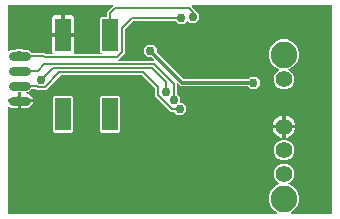
<source format=gtl>
G04 EAGLE Gerber RS-274X export*
G75*
%MOMM*%
%FSLAX34Y34*%
%LPD*%
%INTop Copper*%
%IPPOS*%
%AMOC8*
5,1,8,0,0,1.08239X$1,22.5*%
G01*
%ADD10R,1.400000X2.750000*%
%ADD11C,0.720000*%
%ADD12C,1.408000*%
%ADD13C,2.250000*%
%ADD14C,0.906400*%
%ADD15C,0.180000*%
%ADD16C,0.200000*%
%ADD17C,0.756400*%
%ADD18C,0.300000*%

G36*
X606884Y11176D02*
X606884Y11176D01*
X606981Y11186D01*
X607005Y11196D01*
X607030Y11200D01*
X607116Y11246D01*
X607206Y11286D01*
X607225Y11303D01*
X607248Y11316D01*
X607315Y11386D01*
X607387Y11452D01*
X607399Y11475D01*
X607417Y11494D01*
X607458Y11582D01*
X607505Y11668D01*
X607510Y11693D01*
X607521Y11717D01*
X607532Y11814D01*
X607549Y11910D01*
X607545Y11936D01*
X607548Y11961D01*
X607527Y12057D01*
X607513Y12153D01*
X607501Y12176D01*
X607496Y12202D01*
X607446Y12285D01*
X607402Y12372D01*
X607383Y12391D01*
X607370Y12413D01*
X607295Y12476D01*
X607226Y12544D01*
X607197Y12560D01*
X607183Y12573D01*
X607152Y12585D01*
X607079Y12625D01*
X605764Y13170D01*
X602170Y16764D01*
X600225Y21459D01*
X600225Y26541D01*
X602170Y31236D01*
X605764Y34830D01*
X608770Y36075D01*
X608831Y36113D01*
X608896Y36142D01*
X608935Y36177D01*
X608979Y36205D01*
X609025Y36260D01*
X609078Y36308D01*
X609103Y36354D01*
X609136Y36394D01*
X609162Y36461D01*
X609196Y36524D01*
X609205Y36575D01*
X609224Y36624D01*
X609227Y36695D01*
X609240Y36766D01*
X609232Y36818D01*
X609234Y36870D01*
X609214Y36938D01*
X609204Y37009D01*
X609180Y37056D01*
X609166Y37106D01*
X609125Y37165D01*
X609093Y37229D01*
X609055Y37265D01*
X609026Y37308D01*
X608968Y37351D01*
X608917Y37401D01*
X608854Y37435D01*
X608828Y37455D01*
X608806Y37462D01*
X608770Y37482D01*
X608148Y37739D01*
X605739Y40148D01*
X604435Y43296D01*
X604435Y46704D01*
X605739Y49852D01*
X608148Y52261D01*
X611296Y53565D01*
X614704Y53565D01*
X617852Y52261D01*
X620261Y49852D01*
X621565Y46704D01*
X621565Y43296D01*
X620261Y40148D01*
X617852Y37739D01*
X617230Y37482D01*
X617169Y37444D01*
X617104Y37415D01*
X617065Y37380D01*
X617021Y37352D01*
X616975Y37297D01*
X616922Y37248D01*
X616897Y37203D01*
X616864Y37163D01*
X616838Y37096D01*
X616804Y37033D01*
X616795Y36982D01*
X616776Y36933D01*
X616773Y36861D01*
X616760Y36791D01*
X616768Y36739D01*
X616766Y36687D01*
X616786Y36618D01*
X616796Y36547D01*
X616820Y36501D01*
X616834Y36451D01*
X616875Y36392D01*
X616907Y36328D01*
X616945Y36292D01*
X616974Y36249D01*
X617032Y36206D01*
X617083Y36156D01*
X617146Y36121D01*
X617172Y36102D01*
X617194Y36095D01*
X617230Y36075D01*
X620236Y34830D01*
X623830Y31236D01*
X625775Y26541D01*
X625775Y21459D01*
X623830Y16764D01*
X620236Y13170D01*
X618921Y12625D01*
X618838Y12574D01*
X618752Y12528D01*
X618734Y12509D01*
X618712Y12496D01*
X618650Y12421D01*
X618583Y12350D01*
X618572Y12326D01*
X618555Y12306D01*
X618520Y12215D01*
X618479Y12127D01*
X618476Y12101D01*
X618467Y12077D01*
X618463Y11979D01*
X618452Y11883D01*
X618458Y11857D01*
X618456Y11831D01*
X618484Y11737D01*
X618504Y11642D01*
X618518Y11620D01*
X618525Y11595D01*
X618581Y11515D01*
X618630Y11431D01*
X618650Y11414D01*
X618665Y11393D01*
X618743Y11334D01*
X618817Y11271D01*
X618842Y11261D01*
X618863Y11246D01*
X618955Y11216D01*
X619046Y11179D01*
X619078Y11176D01*
X619097Y11170D01*
X619130Y11170D01*
X619212Y11161D01*
X653278Y11161D01*
X653298Y11164D01*
X653317Y11162D01*
X653419Y11184D01*
X653521Y11200D01*
X653538Y11210D01*
X653558Y11214D01*
X653647Y11267D01*
X653738Y11316D01*
X653752Y11330D01*
X653769Y11340D01*
X653836Y11419D01*
X653908Y11494D01*
X653916Y11512D01*
X653929Y11527D01*
X653968Y11623D01*
X654011Y11717D01*
X654013Y11737D01*
X654021Y11755D01*
X654039Y11922D01*
X654039Y187000D01*
X654036Y187020D01*
X654038Y187039D01*
X654016Y187141D01*
X654000Y187243D01*
X653990Y187260D01*
X653986Y187280D01*
X653933Y187369D01*
X653884Y187460D01*
X653870Y187474D01*
X653860Y187491D01*
X653781Y187558D01*
X653706Y187630D01*
X653688Y187638D01*
X653673Y187651D01*
X653577Y187690D01*
X653483Y187733D01*
X653463Y187735D01*
X653445Y187743D01*
X653278Y187761D01*
X535647Y187761D01*
X535576Y187750D01*
X535505Y187748D01*
X535456Y187730D01*
X535404Y187722D01*
X535341Y187688D01*
X535274Y187663D01*
X535233Y187631D01*
X535187Y187606D01*
X535138Y187555D01*
X535082Y187510D01*
X535053Y187466D01*
X535018Y187428D01*
X534987Y187363D01*
X534949Y187303D01*
X534936Y187252D01*
X534914Y187205D01*
X534906Y187134D01*
X534889Y187064D01*
X534893Y187012D01*
X534887Y186961D01*
X534902Y186890D01*
X534908Y186819D01*
X534928Y186771D01*
X534939Y186720D01*
X534976Y186659D01*
X535004Y186593D01*
X535049Y186537D01*
X535065Y186509D01*
X535083Y186494D01*
X535109Y186462D01*
X538614Y182957D01*
X538643Y182888D01*
X538669Y182856D01*
X538680Y182835D01*
X538703Y182813D01*
X538748Y182757D01*
X541307Y180198D01*
X541307Y175802D01*
X538198Y172693D01*
X533802Y172693D01*
X532038Y174457D01*
X532022Y174468D01*
X532010Y174484D01*
X531922Y174540D01*
X531839Y174600D01*
X531820Y174606D01*
X531803Y174617D01*
X531702Y174642D01*
X531603Y174673D01*
X531584Y174672D01*
X531564Y174677D01*
X531461Y174669D01*
X531358Y174666D01*
X531339Y174660D01*
X531319Y174658D01*
X531224Y174618D01*
X531127Y174582D01*
X531111Y174569D01*
X531093Y174562D01*
X530962Y174457D01*
X528198Y171693D01*
X523802Y171693D01*
X521243Y174252D01*
X521169Y174305D01*
X521099Y174365D01*
X521069Y174377D01*
X521043Y174396D01*
X520956Y174423D01*
X520871Y174457D01*
X520830Y174461D01*
X520808Y174468D01*
X520776Y174467D01*
X520705Y174475D01*
X485361Y174475D01*
X485271Y174461D01*
X485180Y174453D01*
X485150Y174441D01*
X485118Y174436D01*
X485038Y174393D01*
X484954Y174357D01*
X484922Y174331D01*
X484901Y174320D01*
X484879Y174297D01*
X484823Y174252D01*
X478272Y167701D01*
X478219Y167627D01*
X478159Y167558D01*
X478147Y167528D01*
X478128Y167501D01*
X478101Y167415D01*
X478067Y167330D01*
X478063Y167289D01*
X478056Y167266D01*
X478057Y167234D01*
X478049Y167163D01*
X478049Y146909D01*
X472964Y141824D01*
X472922Y141766D01*
X472873Y141714D01*
X472851Y141667D01*
X472821Y141625D01*
X472800Y141556D01*
X472769Y141491D01*
X472764Y141439D01*
X472748Y141389D01*
X472750Y141318D01*
X472742Y141247D01*
X472753Y141196D01*
X472755Y141144D01*
X472779Y141076D01*
X472795Y141006D01*
X472821Y140961D01*
X472839Y140913D01*
X472884Y140857D01*
X472921Y140795D01*
X472960Y140761D01*
X472993Y140721D01*
X473053Y140682D01*
X473108Y140635D01*
X473156Y140616D01*
X473200Y140588D01*
X473269Y140570D01*
X473336Y140543D01*
X473407Y140535D01*
X473438Y140527D01*
X473462Y140529D01*
X473503Y140525D01*
X502360Y140525D01*
X502431Y140536D01*
X502502Y140538D01*
X502551Y140556D01*
X502603Y140564D01*
X502666Y140598D01*
X502733Y140623D01*
X502774Y140655D01*
X502820Y140680D01*
X502869Y140732D01*
X502925Y140776D01*
X502954Y140820D01*
X502989Y140858D01*
X503020Y140923D01*
X503058Y140983D01*
X503071Y141034D01*
X503093Y141081D01*
X503101Y141152D01*
X503118Y141222D01*
X503114Y141274D01*
X503120Y141325D01*
X503105Y141396D01*
X503099Y141467D01*
X503079Y141515D01*
X503068Y141566D01*
X503031Y141627D01*
X503003Y141693D01*
X502958Y141749D01*
X502942Y141777D01*
X502924Y141792D01*
X502898Y141824D01*
X501252Y143470D01*
X501178Y143523D01*
X501109Y143583D01*
X501079Y143595D01*
X501052Y143614D01*
X500965Y143641D01*
X500881Y143675D01*
X500840Y143679D01*
X500817Y143686D01*
X500785Y143685D01*
X500714Y143693D01*
X497802Y143693D01*
X494693Y146802D01*
X494693Y151198D01*
X497802Y154307D01*
X502198Y154307D01*
X505307Y151198D01*
X505307Y148286D01*
X505321Y148196D01*
X505329Y148105D01*
X505341Y148075D01*
X505346Y148043D01*
X505389Y147963D01*
X505425Y147879D01*
X505451Y147847D01*
X505462Y147826D01*
X505485Y147804D01*
X505530Y147748D01*
X528030Y125248D01*
X528104Y125195D01*
X528173Y125135D01*
X528203Y125123D01*
X528230Y125104D01*
X528317Y125077D01*
X528401Y125043D01*
X528442Y125039D01*
X528465Y125032D01*
X528497Y125033D01*
X528568Y125025D01*
X582205Y125025D01*
X582295Y125039D01*
X582386Y125047D01*
X582415Y125059D01*
X582447Y125064D01*
X582528Y125107D01*
X582612Y125143D01*
X582644Y125169D01*
X582665Y125180D01*
X582687Y125203D01*
X582743Y125248D01*
X584802Y127307D01*
X589198Y127307D01*
X592307Y124198D01*
X592307Y119802D01*
X589198Y116693D01*
X584802Y116693D01*
X582743Y118752D01*
X582669Y118805D01*
X582599Y118865D01*
X582569Y118877D01*
X582543Y118896D01*
X582456Y118923D01*
X582371Y118957D01*
X582330Y118961D01*
X582308Y118968D01*
X582276Y118967D01*
X582205Y118975D01*
X525747Y118975D01*
X523398Y121324D01*
X523340Y121366D01*
X523288Y121416D01*
X523268Y121425D01*
X523260Y121432D01*
X523235Y121442D01*
X523198Y121468D01*
X523130Y121489D01*
X523065Y121519D01*
X523034Y121523D01*
X523032Y121524D01*
X523010Y121526D01*
X522963Y121540D01*
X522897Y121539D01*
X522865Y121542D01*
X522860Y121542D01*
X522859Y121542D01*
X522820Y121546D01*
X522769Y121535D01*
X522717Y121534D01*
X522650Y121509D01*
X522620Y121503D01*
X522617Y121502D01*
X522580Y121494D01*
X522535Y121467D01*
X522486Y121449D01*
X522430Y121405D01*
X522413Y121394D01*
X522400Y121387D01*
X522398Y121385D01*
X522369Y121368D01*
X522335Y121328D01*
X522294Y121296D01*
X522256Y121235D01*
X522230Y121209D01*
X522227Y121202D01*
X522209Y121181D01*
X522189Y121133D01*
X522161Y121089D01*
X522146Y121027D01*
X522127Y120986D01*
X522125Y120973D01*
X522117Y120953D01*
X522109Y120881D01*
X522101Y120850D01*
X522103Y120827D01*
X522099Y120786D01*
X522099Y112722D01*
X522113Y112632D01*
X522120Y112541D01*
X522133Y112511D01*
X522138Y112479D01*
X522181Y112398D01*
X522217Y112314D01*
X522242Y112282D01*
X522253Y112262D01*
X522277Y112239D01*
X522322Y112183D01*
X524881Y109624D01*
X524881Y106068D01*
X524884Y106048D01*
X524882Y106029D01*
X524904Y105927D01*
X524920Y105825D01*
X524930Y105808D01*
X524934Y105788D01*
X524987Y105699D01*
X525035Y105608D01*
X525050Y105594D01*
X525060Y105577D01*
X525139Y105510D01*
X525214Y105438D01*
X525232Y105430D01*
X525247Y105417D01*
X525343Y105378D01*
X525437Y105335D01*
X525457Y105333D01*
X525475Y105325D01*
X525642Y105307D01*
X527198Y105307D01*
X530307Y102198D01*
X530307Y97802D01*
X527198Y94693D01*
X522802Y94693D01*
X520243Y97252D01*
X520169Y97305D01*
X520099Y97365D01*
X520069Y97377D01*
X520043Y97396D01*
X519956Y97423D01*
X519871Y97457D01*
X519830Y97461D01*
X519808Y97468D01*
X519776Y97467D01*
X519705Y97475D01*
X517036Y97475D01*
X504169Y110342D01*
X504169Y116945D01*
X504155Y117035D01*
X504147Y117126D01*
X504135Y117156D01*
X504130Y117188D01*
X504087Y117268D01*
X504051Y117352D01*
X504025Y117384D01*
X504014Y117405D01*
X503991Y117427D01*
X503946Y117483D01*
X493225Y128204D01*
X493151Y128257D01*
X493082Y128317D01*
X493052Y128329D01*
X493025Y128348D01*
X492938Y128375D01*
X492854Y128409D01*
X492813Y128413D01*
X492790Y128420D01*
X492758Y128419D01*
X492687Y128427D01*
X424313Y128427D01*
X424223Y128413D01*
X424132Y128405D01*
X424102Y128393D01*
X424070Y128388D01*
X423990Y128345D01*
X423906Y128309D01*
X423874Y128283D01*
X423853Y128272D01*
X423831Y128249D01*
X423775Y128204D01*
X411440Y115869D01*
X404030Y115869D01*
X402947Y116952D01*
X402873Y117005D01*
X402804Y117065D01*
X402773Y117077D01*
X402747Y117096D01*
X402660Y117123D01*
X402575Y117157D01*
X402535Y117161D01*
X402512Y117168D01*
X402480Y117167D01*
X402409Y117175D01*
X399338Y117175D01*
X399248Y117161D01*
X399157Y117153D01*
X399127Y117141D01*
X399095Y117136D01*
X399015Y117093D01*
X398931Y117057D01*
X398899Y117031D01*
X398878Y117020D01*
X398856Y116997D01*
X398800Y116952D01*
X396423Y114575D01*
X395422Y114575D01*
X395374Y114567D01*
X395325Y114569D01*
X395253Y114548D01*
X395179Y114536D01*
X395136Y114513D01*
X395089Y114499D01*
X395028Y114455D01*
X394962Y114420D01*
X394928Y114385D01*
X394888Y114357D01*
X394844Y114296D01*
X394792Y114242D01*
X394772Y114198D01*
X394743Y114158D01*
X394720Y114087D01*
X394689Y114019D01*
X394683Y113970D01*
X394669Y113924D01*
X394670Y113849D01*
X394662Y113775D01*
X394672Y113727D01*
X394673Y113678D01*
X394698Y113607D01*
X394714Y113534D01*
X394739Y113492D01*
X394756Y113446D01*
X394802Y113387D01*
X394840Y113323D01*
X394877Y113291D01*
X394908Y113253D01*
X394970Y113212D01*
X395027Y113163D01*
X395073Y113145D01*
X395113Y113118D01*
X395233Y113080D01*
X395255Y113071D01*
X395265Y113070D01*
X395273Y113067D01*
X396091Y112905D01*
X397209Y112442D01*
X398215Y111770D01*
X399070Y110915D01*
X399742Y109909D01*
X400205Y108791D01*
X400258Y108523D01*
X390523Y108523D01*
X390523Y113814D01*
X390520Y113834D01*
X390522Y113853D01*
X390500Y113955D01*
X390483Y114057D01*
X390474Y114074D01*
X390470Y114094D01*
X390417Y114183D01*
X390368Y114274D01*
X390354Y114288D01*
X390344Y114305D01*
X390265Y114372D01*
X390190Y114444D01*
X390172Y114452D01*
X390157Y114465D01*
X390061Y114504D01*
X389967Y114547D01*
X389947Y114549D01*
X389929Y114557D01*
X389762Y114575D01*
X388238Y114575D01*
X388218Y114572D01*
X388199Y114574D01*
X388097Y114552D01*
X387995Y114536D01*
X387978Y114526D01*
X387958Y114522D01*
X387869Y114469D01*
X387778Y114420D01*
X387764Y114406D01*
X387747Y114396D01*
X387680Y114317D01*
X387609Y114242D01*
X387600Y114224D01*
X387587Y114209D01*
X387548Y114113D01*
X387505Y114019D01*
X387503Y113999D01*
X387495Y113981D01*
X387477Y113814D01*
X387477Y108523D01*
X380222Y108523D01*
X380202Y108520D01*
X380183Y108522D01*
X380081Y108500D01*
X379979Y108483D01*
X379962Y108474D01*
X379942Y108470D01*
X379853Y108417D01*
X379762Y108368D01*
X379748Y108354D01*
X379731Y108344D01*
X379664Y108265D01*
X379592Y108190D01*
X379584Y108172D01*
X379571Y108157D01*
X379532Y108061D01*
X379489Y107967D01*
X379487Y107947D01*
X379479Y107929D01*
X379461Y107762D01*
X379461Y106238D01*
X379464Y106218D01*
X379462Y106199D01*
X379484Y106097D01*
X379500Y105995D01*
X379510Y105978D01*
X379514Y105958D01*
X379567Y105869D01*
X379616Y105778D01*
X379630Y105764D01*
X379640Y105747D01*
X379719Y105680D01*
X379794Y105609D01*
X379812Y105600D01*
X379827Y105587D01*
X379923Y105548D01*
X380017Y105505D01*
X380037Y105503D01*
X380055Y105495D01*
X380222Y105477D01*
X387477Y105477D01*
X387477Y100859D01*
X383095Y100859D01*
X381909Y101095D01*
X380791Y101558D01*
X380645Y101656D01*
X380536Y101705D01*
X380427Y101756D01*
X380424Y101756D01*
X380421Y101758D01*
X380302Y101770D01*
X380183Y101783D01*
X380179Y101783D01*
X380176Y101783D01*
X380060Y101757D01*
X379942Y101731D01*
X379939Y101729D01*
X379936Y101729D01*
X379834Y101666D01*
X379731Y101605D01*
X379729Y101602D01*
X379726Y101601D01*
X379649Y101509D01*
X379571Y101418D01*
X379570Y101415D01*
X379568Y101413D01*
X379525Y101302D01*
X379479Y101190D01*
X379479Y101186D01*
X379478Y101184D01*
X379477Y101173D01*
X379461Y101023D01*
X379461Y11922D01*
X379464Y11902D01*
X379462Y11883D01*
X379484Y11781D01*
X379500Y11679D01*
X379510Y11662D01*
X379514Y11642D01*
X379567Y11553D01*
X379616Y11462D01*
X379630Y11448D01*
X379640Y11431D01*
X379719Y11364D01*
X379794Y11292D01*
X379812Y11284D01*
X379827Y11271D01*
X379923Y11232D01*
X380017Y11189D01*
X380037Y11187D01*
X380055Y11179D01*
X380222Y11161D01*
X606788Y11161D01*
X606884Y11176D01*
G37*
G36*
X416448Y146234D02*
X416448Y146234D01*
X416543Y146243D01*
X416568Y146254D01*
X416596Y146258D01*
X416680Y146303D01*
X416768Y146341D01*
X416789Y146360D01*
X416814Y146374D01*
X416879Y146443D01*
X416950Y146507D01*
X416964Y146531D01*
X416983Y146552D01*
X417023Y146638D01*
X417070Y146722D01*
X417075Y146749D01*
X417087Y146775D01*
X417097Y146870D01*
X417115Y146963D01*
X417111Y146991D01*
X417114Y147019D01*
X417093Y147113D01*
X417080Y147207D01*
X417066Y147239D01*
X417061Y147260D01*
X417045Y147288D01*
X417013Y147361D01*
X416632Y148019D01*
X416459Y148666D01*
X416459Y161227D01*
X425238Y161227D01*
X425258Y161230D01*
X425277Y161228D01*
X425379Y161250D01*
X425481Y161267D01*
X425498Y161276D01*
X425518Y161280D01*
X425607Y161333D01*
X425698Y161382D01*
X425712Y161396D01*
X425729Y161406D01*
X425796Y161485D01*
X425867Y161560D01*
X425876Y161578D01*
X425889Y161593D01*
X425928Y161689D01*
X425971Y161783D01*
X425973Y161803D01*
X425981Y161821D01*
X425999Y161988D01*
X425999Y162751D01*
X426001Y162751D01*
X426001Y161988D01*
X426004Y161968D01*
X426002Y161949D01*
X426024Y161847D01*
X426041Y161745D01*
X426050Y161728D01*
X426054Y161708D01*
X426107Y161619D01*
X426156Y161528D01*
X426170Y161514D01*
X426180Y161497D01*
X426259Y161430D01*
X426334Y161359D01*
X426352Y161350D01*
X426367Y161337D01*
X426463Y161298D01*
X426557Y161255D01*
X426577Y161253D01*
X426595Y161245D01*
X426762Y161227D01*
X435541Y161227D01*
X435541Y148666D01*
X435368Y148019D01*
X434987Y147361D01*
X434954Y147271D01*
X434913Y147185D01*
X434910Y147157D01*
X434900Y147131D01*
X434897Y147035D01*
X434886Y146941D01*
X434892Y146913D01*
X434891Y146885D01*
X434918Y146793D01*
X434939Y146700D01*
X434953Y146676D01*
X434961Y146649D01*
X435016Y146571D01*
X435065Y146489D01*
X435086Y146471D01*
X435102Y146448D01*
X435179Y146391D01*
X435252Y146329D01*
X435278Y146319D01*
X435301Y146302D01*
X435391Y146273D01*
X435480Y146237D01*
X435515Y146233D01*
X435535Y146227D01*
X435568Y146227D01*
X435647Y146219D01*
X457787Y146219D01*
X457858Y146230D01*
X457930Y146232D01*
X457979Y146250D01*
X458030Y146258D01*
X458093Y146292D01*
X458161Y146317D01*
X458201Y146349D01*
X458247Y146374D01*
X458297Y146426D01*
X458353Y146470D01*
X458381Y146514D01*
X458417Y146552D01*
X458447Y146617D01*
X458486Y146677D01*
X458498Y146728D01*
X458520Y146775D01*
X458528Y146846D01*
X458546Y146916D01*
X458542Y146968D01*
X458547Y147019D01*
X458532Y147090D01*
X458527Y147161D01*
X458506Y147209D01*
X458495Y147260D01*
X458458Y147321D01*
X458430Y147387D01*
X458385Y147443D01*
X458369Y147471D01*
X458351Y147486D01*
X458325Y147518D01*
X457475Y148368D01*
X457475Y177132D01*
X458368Y178025D01*
X462714Y178025D01*
X462734Y178028D01*
X462753Y178026D01*
X462855Y178048D01*
X462957Y178064D01*
X462974Y178074D01*
X462994Y178078D01*
X463083Y178131D01*
X463174Y178180D01*
X463188Y178194D01*
X463205Y178204D01*
X463272Y178283D01*
X463344Y178358D01*
X463352Y178376D01*
X463365Y178391D01*
X463404Y178487D01*
X463447Y178581D01*
X463449Y178601D01*
X463457Y178619D01*
X463475Y178786D01*
X463475Y181796D01*
X468141Y186462D01*
X468183Y186520D01*
X468232Y186572D01*
X468254Y186619D01*
X468285Y186661D01*
X468306Y186730D01*
X468336Y186795D01*
X468342Y186847D01*
X468357Y186897D01*
X468355Y186968D01*
X468363Y187039D01*
X468352Y187090D01*
X468351Y187142D01*
X468326Y187210D01*
X468311Y187280D01*
X468284Y187324D01*
X468266Y187373D01*
X468221Y187429D01*
X468185Y187491D01*
X468145Y187525D01*
X468113Y187565D01*
X468052Y187604D01*
X467998Y187651D01*
X467949Y187670D01*
X467906Y187698D01*
X467836Y187716D01*
X467770Y187743D01*
X467698Y187751D01*
X467667Y187759D01*
X467644Y187757D01*
X467603Y187761D01*
X380222Y187761D01*
X380202Y187758D01*
X380183Y187760D01*
X380081Y187738D01*
X379979Y187722D01*
X379962Y187712D01*
X379942Y187708D01*
X379853Y187655D01*
X379762Y187606D01*
X379748Y187592D01*
X379731Y187582D01*
X379664Y187503D01*
X379592Y187428D01*
X379584Y187410D01*
X379571Y187395D01*
X379532Y187299D01*
X379489Y187205D01*
X379487Y187185D01*
X379479Y187167D01*
X379461Y187000D01*
X379461Y149946D01*
X379472Y149875D01*
X379474Y149804D01*
X379492Y149755D01*
X379500Y149703D01*
X379534Y149640D01*
X379559Y149573D01*
X379591Y149532D01*
X379616Y149486D01*
X379668Y149437D01*
X379712Y149381D01*
X379756Y149352D01*
X379794Y149317D01*
X379859Y149286D01*
X379919Y149248D01*
X379970Y149235D01*
X380017Y149213D01*
X380088Y149205D01*
X380158Y149187D01*
X380210Y149192D01*
X380261Y149186D01*
X380332Y149201D01*
X380403Y149207D01*
X380451Y149227D01*
X380502Y149238D01*
X380563Y149275D01*
X380629Y149303D01*
X380685Y149348D01*
X380713Y149364D01*
X380728Y149382D01*
X380760Y149408D01*
X381577Y150225D01*
X385635Y150225D01*
X385700Y150235D01*
X385765Y150236D01*
X385845Y150259D01*
X385878Y150264D01*
X385895Y150274D01*
X385926Y150283D01*
X387795Y151057D01*
X390205Y151057D01*
X392074Y150283D01*
X392137Y150268D01*
X392198Y150243D01*
X392281Y150234D01*
X392313Y150227D01*
X392332Y150228D01*
X392365Y150225D01*
X396423Y150225D01*
X398800Y147848D01*
X398874Y147795D01*
X398943Y147735D01*
X398973Y147723D01*
X398999Y147704D01*
X399087Y147677D01*
X399171Y147643D01*
X399212Y147639D01*
X399235Y147632D01*
X399267Y147633D01*
X399338Y147625D01*
X409946Y147625D01*
X411129Y146442D01*
X411203Y146389D01*
X411272Y146329D01*
X411302Y146317D01*
X411329Y146298D01*
X411416Y146271D01*
X411500Y146237D01*
X411541Y146233D01*
X411564Y146226D01*
X411596Y146227D01*
X411667Y146219D01*
X416353Y146219D01*
X416448Y146234D01*
G37*
%LPC*%
G36*
X611296Y116435D02*
X611296Y116435D01*
X608148Y117739D01*
X605739Y120148D01*
X604435Y123296D01*
X604435Y126704D01*
X605739Y129852D01*
X608148Y132261D01*
X608770Y132518D01*
X608831Y132556D01*
X608896Y132585D01*
X608935Y132620D01*
X608979Y132648D01*
X609025Y132703D01*
X609078Y132752D01*
X609103Y132797D01*
X609136Y132837D01*
X609162Y132904D01*
X609196Y132967D01*
X609205Y133018D01*
X609224Y133067D01*
X609227Y133139D01*
X609240Y133209D01*
X609232Y133261D01*
X609234Y133313D01*
X609214Y133382D01*
X609204Y133453D01*
X609180Y133499D01*
X609166Y133549D01*
X609125Y133608D01*
X609093Y133672D01*
X609055Y133708D01*
X609026Y133751D01*
X608968Y133794D01*
X608917Y133844D01*
X608854Y133879D01*
X608828Y133898D01*
X608806Y133905D01*
X608770Y133925D01*
X605764Y135170D01*
X602170Y138764D01*
X600225Y143459D01*
X600225Y148541D01*
X602170Y153236D01*
X605764Y156830D01*
X610459Y158775D01*
X615541Y158775D01*
X620236Y156830D01*
X623830Y153236D01*
X625775Y148541D01*
X625775Y143459D01*
X623830Y138764D01*
X620236Y135170D01*
X617230Y133925D01*
X617169Y133887D01*
X617104Y133858D01*
X617065Y133823D01*
X617021Y133795D01*
X616975Y133740D01*
X616922Y133692D01*
X616897Y133646D01*
X616864Y133606D01*
X616838Y133539D01*
X616804Y133476D01*
X616795Y133425D01*
X616776Y133376D01*
X616773Y133305D01*
X616760Y133234D01*
X616768Y133182D01*
X616766Y133130D01*
X616786Y133062D01*
X616796Y132991D01*
X616820Y132944D01*
X616834Y132894D01*
X616875Y132835D01*
X616907Y132771D01*
X616945Y132735D01*
X616974Y132692D01*
X617032Y132649D01*
X617083Y132599D01*
X617146Y132565D01*
X617172Y132545D01*
X617194Y132538D01*
X617230Y132518D01*
X617852Y132261D01*
X620261Y129852D01*
X621565Y126704D01*
X621565Y123296D01*
X620261Y120148D01*
X617852Y117739D01*
X614704Y116435D01*
X611296Y116435D01*
G37*
%LPD*%
%LPC*%
G36*
X458368Y79975D02*
X458368Y79975D01*
X457475Y80868D01*
X457475Y109632D01*
X458368Y110525D01*
X473632Y110525D01*
X474525Y109632D01*
X474525Y80868D01*
X473632Y79975D01*
X458368Y79975D01*
G37*
%LPD*%
%LPC*%
G36*
X418368Y79975D02*
X418368Y79975D01*
X417475Y80868D01*
X417475Y109632D01*
X418368Y110525D01*
X433632Y110525D01*
X434525Y109632D01*
X434525Y80868D01*
X433632Y79975D01*
X418368Y79975D01*
G37*
%LPD*%
%LPC*%
G36*
X611296Y56435D02*
X611296Y56435D01*
X608148Y57739D01*
X605739Y60148D01*
X604435Y63296D01*
X604435Y66704D01*
X605739Y69852D01*
X608148Y72261D01*
X611296Y73565D01*
X614704Y73565D01*
X617852Y72261D01*
X620261Y69852D01*
X621565Y66704D01*
X621565Y63296D01*
X620261Y60148D01*
X617852Y57739D01*
X614704Y56435D01*
X611296Y56435D01*
G37*
%LPD*%
%LPC*%
G36*
X427523Y164273D02*
X427523Y164273D01*
X427523Y179041D01*
X433334Y179041D01*
X433981Y178868D01*
X434560Y178533D01*
X435033Y178060D01*
X435368Y177481D01*
X435541Y176834D01*
X435541Y164273D01*
X427523Y164273D01*
G37*
%LPD*%
%LPC*%
G36*
X416459Y164273D02*
X416459Y164273D01*
X416459Y176834D01*
X416632Y177481D01*
X416967Y178060D01*
X417440Y178533D01*
X418019Y178868D01*
X418666Y179041D01*
X424477Y179041D01*
X424477Y164273D01*
X416459Y164273D01*
G37*
%LPD*%
%LPC*%
G36*
X614523Y86523D02*
X614523Y86523D01*
X614523Y94459D01*
X615243Y94345D01*
X616678Y93879D01*
X618021Y93194D01*
X619242Y92308D01*
X620308Y91242D01*
X621194Y90021D01*
X621879Y88678D01*
X622345Y87243D01*
X622459Y86523D01*
X614523Y86523D01*
G37*
%LPD*%
%LPC*%
G36*
X603541Y86523D02*
X603541Y86523D01*
X603655Y87243D01*
X604121Y88678D01*
X604806Y90021D01*
X605692Y91242D01*
X606758Y92308D01*
X607979Y93194D01*
X609322Y93879D01*
X610757Y94345D01*
X611477Y94459D01*
X611477Y86523D01*
X603541Y86523D01*
G37*
%LPD*%
%LPC*%
G36*
X614523Y83477D02*
X614523Y83477D01*
X622459Y83477D01*
X622345Y82757D01*
X621879Y81322D01*
X621194Y79979D01*
X620308Y78758D01*
X619242Y77692D01*
X618021Y76806D01*
X616678Y76121D01*
X615243Y75655D01*
X614523Y75541D01*
X614523Y83477D01*
G37*
%LPD*%
%LPC*%
G36*
X610757Y75655D02*
X610757Y75655D01*
X609322Y76121D01*
X607979Y76806D01*
X606758Y77692D01*
X605692Y78758D01*
X604806Y79979D01*
X604121Y81322D01*
X603655Y82757D01*
X603541Y83477D01*
X611477Y83477D01*
X611477Y75541D01*
X610757Y75655D01*
G37*
%LPD*%
%LPC*%
G36*
X390523Y100859D02*
X390523Y100859D01*
X390523Y105477D01*
X400258Y105477D01*
X400205Y105209D01*
X399742Y104091D01*
X399070Y103085D01*
X398215Y102230D01*
X397209Y101558D01*
X396091Y101095D01*
X394905Y100859D01*
X390523Y100859D01*
G37*
%LPD*%
%LPC*%
G36*
X612999Y84999D02*
X612999Y84999D01*
X612999Y85001D01*
X613001Y85001D01*
X613001Y84999D01*
X612999Y84999D01*
G37*
%LPD*%
%LPC*%
G36*
X388999Y106999D02*
X388999Y106999D01*
X388999Y107001D01*
X389001Y107001D01*
X389001Y106999D01*
X388999Y106999D01*
G37*
%LPD*%
D10*
X466000Y162750D03*
X466000Y95250D03*
X426000Y162750D03*
X426000Y95250D03*
D11*
X394300Y145100D02*
X383700Y145100D01*
X383700Y132400D02*
X394300Y132400D01*
X394300Y119700D02*
X383700Y119700D01*
X383700Y107000D02*
X394300Y107000D01*
D12*
X613000Y125000D03*
X613000Y85000D03*
X613000Y65000D03*
X613000Y45000D03*
D13*
X613000Y146000D03*
X613000Y24000D03*
D14*
X389000Y145000D03*
D15*
X389000Y145100D01*
D16*
X408900Y145100D01*
D17*
X526000Y177000D03*
D16*
X484000Y177000D01*
X475524Y168524D02*
X475524Y147955D01*
X471264Y143694D01*
X410306Y143694D01*
X475524Y168524D02*
X484000Y177000D01*
X410306Y143694D02*
X408900Y145100D01*
D17*
X525000Y100000D03*
D16*
X494048Y130952D02*
X422952Y130952D01*
X494048Y130952D02*
X506694Y118306D01*
X506694Y111388D02*
X518082Y100000D01*
X525000Y100000D01*
X506694Y111388D02*
X506694Y118306D01*
X403770Y119700D02*
X389000Y119700D01*
X403770Y119700D02*
X405076Y118394D01*
X410394Y118394D01*
X422952Y130952D01*
D17*
X519574Y107426D03*
D16*
X519574Y121426D01*
X503000Y138000D01*
X404400Y132400D02*
X389000Y132400D01*
X404400Y132400D02*
X410000Y138000D01*
X503000Y138000D01*
D17*
X513000Y114000D03*
D16*
X513000Y123000D01*
X501524Y134476D02*
X417464Y134476D01*
X501524Y134476D02*
X513000Y123000D01*
D17*
X407688Y124700D03*
D16*
X417464Y134476D01*
X466000Y162750D02*
X466000Y165000D01*
D17*
X536000Y178000D03*
D16*
X536000Y182000D01*
X533000Y185000D01*
X470250Y185000D01*
X466000Y180750D01*
X466000Y162750D01*
D17*
X534000Y145000D03*
D14*
X389000Y107000D03*
D17*
X560000Y35000D03*
X500000Y109000D03*
X448000Y99000D03*
X453000Y118000D03*
X443000Y165000D03*
X500000Y149000D03*
X587000Y122000D03*
D18*
X527000Y122000D01*
X500000Y149000D01*
M02*

</source>
